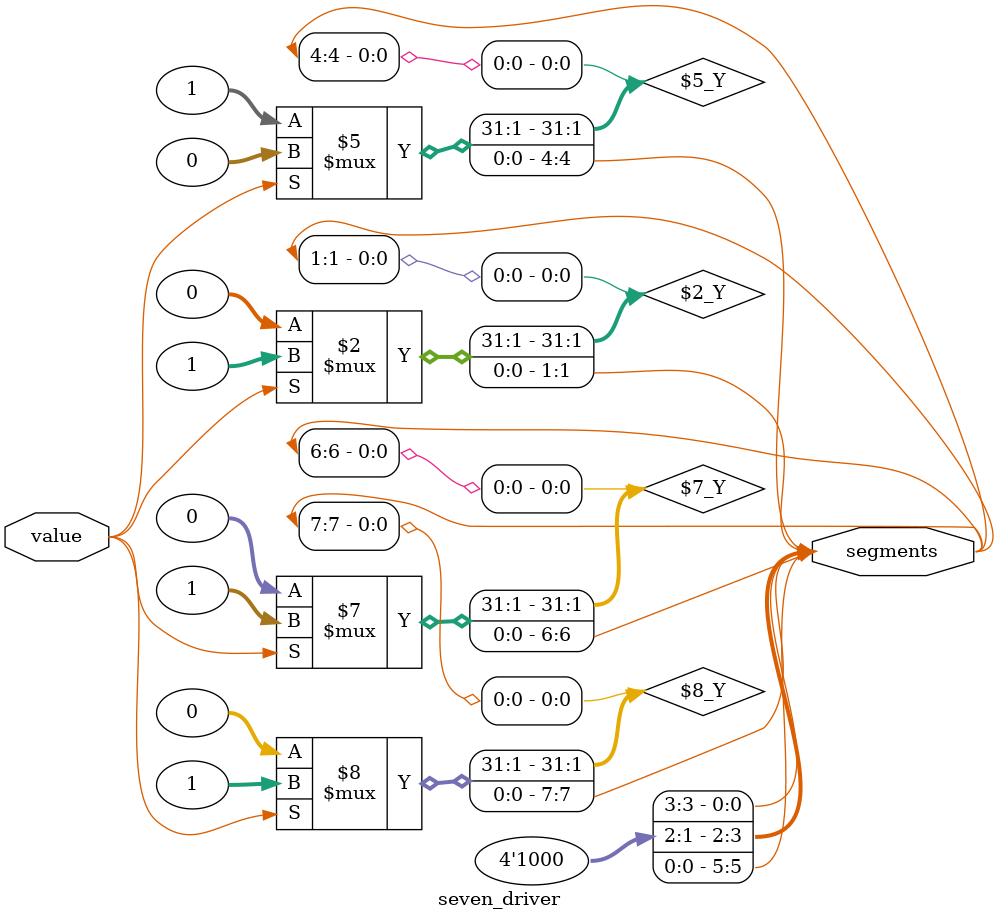
<source format=v>
module seven_driver(
    input value,
	 output [0:7] segments
    );

	 // value=true - 7
	 // value=false - 5
	 
	 // common anode display: 1 = OFF, 0 = ON
	 
	 assign segments[0] = value ? 1 : 1;
	 assign segments[1] = value ? 1 : 0;
	 assign segments[2] = value ? 0 : 0;
	 assign segments[3] = value ? 0 : 0;
	 assign segments[4] = value ? 0 : 1;
	 assign segments[5] = value ? 0 : 0;
	 assign segments[6] = value ? 1 : 0;
	 assign segments[7] = value ? 1 : 0;

endmodule


</source>
